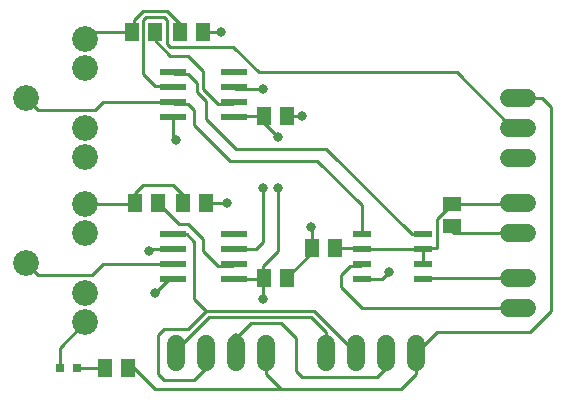
<source format=gtl>
G75*
G70*
%OFA0B0*%
%FSLAX24Y24*%
%IPPOS*%
%LPD*%
%AMOC8*
5,1,8,0,0,1.08239X$1,22.5*
%
%ADD10C,0.0600*%
%ADD11R,0.0315X0.0315*%
%ADD12R,0.0512X0.0591*%
%ADD13C,0.0860*%
%ADD14R,0.0866X0.0236*%
%ADD15R,0.0630X0.0236*%
%ADD16R,0.0591X0.0512*%
%ADD17C,0.0100*%
%ADD18C,0.0320*%
D10*
X007699Y001811D02*
X007699Y002411D01*
X008699Y002411D02*
X008699Y001811D01*
X009699Y001811D02*
X009699Y002411D01*
X010699Y002411D02*
X010699Y001811D01*
X012699Y001811D02*
X012699Y002411D01*
X013699Y002411D02*
X013699Y001811D01*
X014699Y001811D02*
X014699Y002411D01*
X015699Y002411D02*
X015699Y001811D01*
X018799Y003611D02*
X019399Y003611D01*
X019399Y004611D02*
X018799Y004611D01*
X018799Y006111D02*
X019399Y006111D01*
X019399Y007111D02*
X018799Y007111D01*
X018799Y008611D02*
X019399Y008611D01*
X019399Y009611D02*
X018799Y009611D01*
X018799Y010611D02*
X019399Y010611D01*
D11*
X003804Y001611D03*
X004394Y001611D03*
D12*
X005325Y001611D03*
X006073Y001611D03*
X010625Y004611D03*
X011373Y004611D03*
X012225Y005611D03*
X012973Y005611D03*
X008673Y007111D03*
X007925Y007111D03*
X007073Y007111D03*
X006325Y007111D03*
X010625Y010011D03*
X011373Y010011D03*
X008573Y012811D03*
X007825Y012811D03*
X006973Y012811D03*
X006225Y012811D03*
D13*
X004668Y012579D03*
X004668Y011595D03*
X002699Y010611D03*
X004668Y009626D03*
X004668Y008642D03*
X004668Y007079D03*
X004668Y006095D03*
X002699Y005111D03*
X004668Y004126D03*
X004668Y003142D03*
D14*
X007575Y004561D03*
X007575Y005061D03*
X007575Y005561D03*
X007575Y006061D03*
X009623Y006061D03*
X009623Y005561D03*
X009623Y005061D03*
X009623Y004561D03*
X009623Y009961D03*
X009623Y010461D03*
X009623Y010961D03*
X009623Y011461D03*
X007575Y011461D03*
X007575Y010961D03*
X007575Y010461D03*
X007575Y009961D03*
D15*
X013875Y006061D03*
X013875Y005561D03*
X013875Y005061D03*
X013875Y004561D03*
X015923Y004561D03*
X015923Y005061D03*
X015923Y005561D03*
X015923Y006061D03*
D16*
X016899Y006337D03*
X016899Y007085D03*
D17*
X016399Y006585D01*
X016399Y005611D01*
X015973Y005611D01*
X015923Y005561D01*
X013875Y005561D01*
X013825Y005611D01*
X012973Y005611D01*
X012225Y005611D02*
X012225Y005463D01*
X011373Y004611D01*
X010625Y004611D02*
X010575Y004561D01*
X010575Y003935D01*
X010599Y003911D01*
X010575Y004561D02*
X009623Y004561D01*
X009573Y005011D02*
X009099Y005011D01*
X008599Y005511D01*
X008599Y005911D01*
X008099Y006411D01*
X007799Y006411D01*
X007099Y007111D01*
X007073Y007111D01*
X006325Y007111D02*
X006325Y007437D01*
X006599Y007711D01*
X007599Y007711D01*
X007999Y007311D01*
X007999Y007185D01*
X007925Y007111D01*
X008673Y007111D02*
X009399Y007111D01*
X010599Y007611D02*
X010599Y005811D01*
X010349Y005561D01*
X009623Y005561D01*
X009623Y005061D02*
X009573Y005011D01*
X010599Y005011D02*
X010599Y004637D01*
X010625Y004611D01*
X010599Y005011D02*
X011099Y005511D01*
X011099Y007611D01*
X012399Y008511D02*
X009499Y008511D01*
X008299Y009711D01*
X008299Y010211D01*
X008099Y010411D01*
X007625Y010411D01*
X007575Y010461D01*
X005249Y010461D01*
X004999Y010211D01*
X003099Y010211D01*
X002699Y010611D01*
X004668Y012579D02*
X004899Y012811D01*
X006225Y012811D01*
X006299Y012885D01*
X006299Y013211D01*
X006599Y013511D01*
X007399Y013511D01*
X007825Y013085D01*
X007825Y012811D01*
X007399Y012411D02*
X007399Y013211D01*
X007299Y013311D01*
X006699Y013311D01*
X006599Y013211D01*
X006599Y011411D01*
X006999Y011011D01*
X007525Y011011D01*
X007575Y010961D01*
X007625Y011411D02*
X007575Y011461D01*
X007625Y011411D02*
X008099Y011411D01*
X008399Y011111D01*
X008399Y010811D01*
X008699Y010511D01*
X008699Y009911D01*
X009699Y008911D01*
X012699Y008911D01*
X015549Y006061D01*
X015923Y006061D01*
X015923Y005561D02*
X015923Y005061D01*
X015973Y004611D02*
X015923Y004561D01*
X015973Y004611D02*
X019099Y004611D01*
X019099Y003611D02*
X013899Y003611D01*
X013199Y004311D01*
X013199Y004711D01*
X013499Y005011D01*
X013825Y005011D01*
X013875Y005061D01*
X013875Y004561D02*
X014549Y004561D01*
X014799Y004811D01*
X013875Y006061D02*
X013875Y007034D01*
X012399Y008511D01*
X011099Y009311D02*
X010625Y009785D01*
X010625Y010011D01*
X009673Y010011D01*
X009623Y009961D01*
X009573Y010411D02*
X009099Y010411D01*
X008599Y010911D01*
X008599Y011511D01*
X008099Y012011D01*
X007499Y012011D01*
X006973Y012537D01*
X006973Y012811D01*
X007399Y012411D02*
X007499Y012311D01*
X009599Y012311D01*
X010449Y011461D01*
X017049Y011461D01*
X018799Y009711D01*
X019099Y009611D01*
X019899Y010611D02*
X020199Y010311D01*
X020199Y003511D01*
X019499Y002811D01*
X016399Y002811D01*
X015699Y002111D01*
X015699Y001411D01*
X015199Y000911D01*
X011199Y000911D01*
X006999Y000911D01*
X006299Y001611D01*
X006073Y001611D01*
X006199Y001737D01*
X007099Y001411D02*
X007099Y002711D01*
X007299Y002911D01*
X008099Y002911D01*
X008699Y003511D01*
X008299Y003911D01*
X008299Y005811D01*
X008049Y006061D01*
X007575Y006061D01*
X007575Y005561D02*
X006899Y005561D01*
X006849Y005511D01*
X006799Y005511D01*
X006849Y005561D01*
X006899Y005561D01*
X007575Y005061D02*
X005249Y005061D01*
X004899Y004711D01*
X003099Y004711D01*
X002699Y005111D01*
X004668Y007079D02*
X006294Y007079D01*
X006325Y007111D01*
X007699Y009211D02*
X007575Y009334D01*
X007575Y009961D01*
X009573Y010411D02*
X009623Y010461D01*
X009673Y010911D02*
X009623Y010961D01*
X009673Y010911D02*
X010599Y010911D01*
X011373Y010011D02*
X011899Y010011D01*
X009199Y012811D02*
X008573Y012811D01*
X006225Y012811D02*
X006225Y013037D01*
X012199Y006311D02*
X012225Y006285D01*
X012225Y005611D01*
X012299Y003511D02*
X013699Y002111D01*
X014699Y002111D02*
X014699Y001611D01*
X014399Y001311D01*
X011899Y001311D01*
X011699Y001511D01*
X011699Y002611D01*
X011199Y003111D01*
X010199Y003111D01*
X009699Y002611D01*
X009699Y002111D01*
X008699Y002111D02*
X008699Y001611D01*
X008299Y001211D01*
X007299Y001211D01*
X007099Y001411D01*
X007699Y002111D02*
X007699Y002211D01*
X008799Y003311D01*
X012199Y003311D01*
X012699Y002811D01*
X012699Y002111D01*
X011199Y000911D02*
X010699Y001411D01*
X010699Y002111D01*
X012299Y003511D02*
X008699Y003511D01*
X007575Y004561D02*
X007449Y004561D01*
X006999Y004111D01*
X004668Y003142D02*
X003804Y002278D01*
X003804Y001611D01*
X004394Y001611D02*
X005325Y001611D01*
X016925Y006111D02*
X016899Y006337D01*
X016925Y006111D02*
X019099Y006111D01*
X019073Y007085D02*
X019099Y007111D01*
X019073Y007085D02*
X016899Y007085D01*
X019099Y010611D02*
X019899Y010611D01*
D18*
X012199Y006311D03*
X011099Y007611D03*
X010599Y007611D03*
X009399Y007111D03*
X006799Y005511D03*
X006999Y004111D03*
X009699Y002611D03*
X010599Y003911D03*
X014799Y004811D03*
X011099Y009311D03*
X011899Y010011D03*
X010599Y010911D03*
X009199Y012811D03*
X007699Y009211D03*
M02*

</source>
